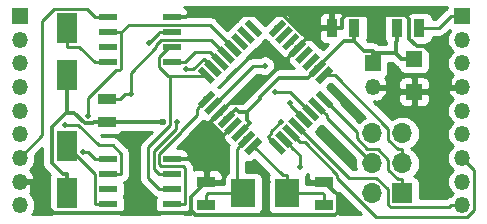
<source format=gtl>
G04 #@! TF.GenerationSoftware,KiCad,Pcbnew,(5.1.2-1)-1*
G04 #@! TF.CreationDate,2019-05-25T15:40:47+02:00*
G04 #@! TF.ProjectId,PSX64 Interface,50535836-3420-4496-9e74-657266616365,1.0*
G04 #@! TF.SameCoordinates,Original*
G04 #@! TF.FileFunction,Copper,L1,Top*
G04 #@! TF.FilePolarity,Positive*
%FSLAX46Y46*%
G04 Gerber Fmt 4.6, Leading zero omitted, Abs format (unit mm)*
G04 Created by KiCad (PCBNEW (5.1.2-1)-1) date 2019-05-25 15:40:47*
%MOMM*%
%LPD*%
G04 APERTURE LIST*
%ADD10C,0.550000*%
%ADD11C,0.100000*%
%ADD12R,1.400000X1.360000*%
%ADD13R,1.500000X0.970000*%
%ADD14R,0.970000X1.500000*%
%ADD15R,1.800000X2.500000*%
%ADD16O,1.350000X1.350000*%
%ADD17R,1.350000X1.350000*%
%ADD18R,1.550000X0.600000*%
%ADD19R,2.000000X2.400000*%
%ADD20R,1.700000X1.700000*%
%ADD21O,1.700000X1.700000*%
%ADD22C,0.500000*%
%ADD23C,0.600000*%
%ADD24C,0.350000*%
%ADD25C,0.250000*%
%ADD26C,0.254000*%
G04 APERTURE END LIST*
D10*
X123314897Y-129974695D03*
D11*
G36*
X124075037Y-130345926D02*
G01*
X123686128Y-130734835D01*
X122554757Y-129603464D01*
X122943666Y-129214555D01*
X124075037Y-130345926D01*
X124075037Y-130345926D01*
G37*
D10*
X123880583Y-129409010D03*
D11*
G36*
X124640723Y-129780241D02*
G01*
X124251814Y-130169150D01*
X123120443Y-129037779D01*
X123509352Y-128648870D01*
X124640723Y-129780241D01*
X124640723Y-129780241D01*
G37*
D10*
X124446268Y-128843324D03*
D11*
G36*
X125206408Y-129214555D02*
G01*
X124817499Y-129603464D01*
X123686128Y-128472093D01*
X124075037Y-128083184D01*
X125206408Y-129214555D01*
X125206408Y-129214555D01*
G37*
D10*
X125011953Y-128277639D03*
D11*
G36*
X125772093Y-128648870D02*
G01*
X125383184Y-129037779D01*
X124251813Y-127906408D01*
X124640722Y-127517499D01*
X125772093Y-128648870D01*
X125772093Y-128648870D01*
G37*
D10*
X125577639Y-127711953D03*
D11*
G36*
X126337779Y-128083184D02*
G01*
X125948870Y-128472093D01*
X124817499Y-127340722D01*
X125206408Y-126951813D01*
X126337779Y-128083184D01*
X126337779Y-128083184D01*
G37*
D10*
X126143324Y-127146268D03*
D11*
G36*
X126903464Y-127517499D02*
G01*
X126514555Y-127906408D01*
X125383184Y-126775037D01*
X125772093Y-126386128D01*
X126903464Y-127517499D01*
X126903464Y-127517499D01*
G37*
D10*
X126709010Y-126580583D03*
D11*
G36*
X127469150Y-126951814D02*
G01*
X127080241Y-127340723D01*
X125948870Y-126209352D01*
X126337779Y-125820443D01*
X127469150Y-126951814D01*
X127469150Y-126951814D01*
G37*
D10*
X127274695Y-126014897D03*
D11*
G36*
X128034835Y-126386128D02*
G01*
X127645926Y-126775037D01*
X126514555Y-125643666D01*
X126903464Y-125254757D01*
X128034835Y-126386128D01*
X128034835Y-126386128D01*
G37*
D10*
X129325305Y-126014897D03*
D11*
G36*
X128954074Y-126775037D02*
G01*
X128565165Y-126386128D01*
X129696536Y-125254757D01*
X130085445Y-125643666D01*
X128954074Y-126775037D01*
X128954074Y-126775037D01*
G37*
D10*
X129890990Y-126580583D03*
D11*
G36*
X129519759Y-127340723D02*
G01*
X129130850Y-126951814D01*
X130262221Y-125820443D01*
X130651130Y-126209352D01*
X129519759Y-127340723D01*
X129519759Y-127340723D01*
G37*
D10*
X130456676Y-127146268D03*
D11*
G36*
X130085445Y-127906408D02*
G01*
X129696536Y-127517499D01*
X130827907Y-126386128D01*
X131216816Y-126775037D01*
X130085445Y-127906408D01*
X130085445Y-127906408D01*
G37*
D10*
X131022361Y-127711953D03*
D11*
G36*
X130651130Y-128472093D02*
G01*
X130262221Y-128083184D01*
X131393592Y-126951813D01*
X131782501Y-127340722D01*
X130651130Y-128472093D01*
X130651130Y-128472093D01*
G37*
D10*
X131588047Y-128277639D03*
D11*
G36*
X131216816Y-129037779D02*
G01*
X130827907Y-128648870D01*
X131959278Y-127517499D01*
X132348187Y-127906408D01*
X131216816Y-129037779D01*
X131216816Y-129037779D01*
G37*
D10*
X132153732Y-128843324D03*
D11*
G36*
X131782501Y-129603464D02*
G01*
X131393592Y-129214555D01*
X132524963Y-128083184D01*
X132913872Y-128472093D01*
X131782501Y-129603464D01*
X131782501Y-129603464D01*
G37*
D10*
X132719417Y-129409010D03*
D11*
G36*
X132348186Y-130169150D02*
G01*
X131959277Y-129780241D01*
X133090648Y-128648870D01*
X133479557Y-129037779D01*
X132348186Y-130169150D01*
X132348186Y-130169150D01*
G37*
D10*
X133285103Y-129974695D03*
D11*
G36*
X132913872Y-130734835D02*
G01*
X132524963Y-130345926D01*
X133656334Y-129214555D01*
X134045243Y-129603464D01*
X132913872Y-130734835D01*
X132913872Y-130734835D01*
G37*
D10*
X133285103Y-132025305D03*
D11*
G36*
X134045243Y-132396536D02*
G01*
X133656334Y-132785445D01*
X132524963Y-131654074D01*
X132913872Y-131265165D01*
X134045243Y-132396536D01*
X134045243Y-132396536D01*
G37*
D10*
X132719417Y-132590990D03*
D11*
G36*
X133479557Y-132962221D02*
G01*
X133090648Y-133351130D01*
X131959277Y-132219759D01*
X132348186Y-131830850D01*
X133479557Y-132962221D01*
X133479557Y-132962221D01*
G37*
D10*
X132153732Y-133156676D03*
D11*
G36*
X132913872Y-133527907D02*
G01*
X132524963Y-133916816D01*
X131393592Y-132785445D01*
X131782501Y-132396536D01*
X132913872Y-133527907D01*
X132913872Y-133527907D01*
G37*
D10*
X131588047Y-133722361D03*
D11*
G36*
X132348187Y-134093592D02*
G01*
X131959278Y-134482501D01*
X130827907Y-133351130D01*
X131216816Y-132962221D01*
X132348187Y-134093592D01*
X132348187Y-134093592D01*
G37*
D10*
X131022361Y-134288047D03*
D11*
G36*
X131782501Y-134659278D02*
G01*
X131393592Y-135048187D01*
X130262221Y-133916816D01*
X130651130Y-133527907D01*
X131782501Y-134659278D01*
X131782501Y-134659278D01*
G37*
D10*
X130456676Y-134853732D03*
D11*
G36*
X131216816Y-135224963D02*
G01*
X130827907Y-135613872D01*
X129696536Y-134482501D01*
X130085445Y-134093592D01*
X131216816Y-135224963D01*
X131216816Y-135224963D01*
G37*
D10*
X129890990Y-135419417D03*
D11*
G36*
X130651130Y-135790648D02*
G01*
X130262221Y-136179557D01*
X129130850Y-135048186D01*
X129519759Y-134659277D01*
X130651130Y-135790648D01*
X130651130Y-135790648D01*
G37*
D10*
X129325305Y-135985103D03*
D11*
G36*
X130085445Y-136356334D02*
G01*
X129696536Y-136745243D01*
X128565165Y-135613872D01*
X128954074Y-135224963D01*
X130085445Y-136356334D01*
X130085445Y-136356334D01*
G37*
D10*
X127274695Y-135985103D03*
D11*
G36*
X126903464Y-136745243D02*
G01*
X126514555Y-136356334D01*
X127645926Y-135224963D01*
X128034835Y-135613872D01*
X126903464Y-136745243D01*
X126903464Y-136745243D01*
G37*
D10*
X126709010Y-135419417D03*
D11*
G36*
X126337779Y-136179557D02*
G01*
X125948870Y-135790648D01*
X127080241Y-134659277D01*
X127469150Y-135048186D01*
X126337779Y-136179557D01*
X126337779Y-136179557D01*
G37*
D10*
X126143324Y-134853732D03*
D11*
G36*
X125772093Y-135613872D02*
G01*
X125383184Y-135224963D01*
X126514555Y-134093592D01*
X126903464Y-134482501D01*
X125772093Y-135613872D01*
X125772093Y-135613872D01*
G37*
D10*
X125577639Y-134288047D03*
D11*
G36*
X125206408Y-135048187D02*
G01*
X124817499Y-134659278D01*
X125948870Y-133527907D01*
X126337779Y-133916816D01*
X125206408Y-135048187D01*
X125206408Y-135048187D01*
G37*
D10*
X125011953Y-133722361D03*
D11*
G36*
X124640722Y-134482501D02*
G01*
X124251813Y-134093592D01*
X125383184Y-132962221D01*
X125772093Y-133351130D01*
X124640722Y-134482501D01*
X124640722Y-134482501D01*
G37*
D10*
X124446268Y-133156676D03*
D11*
G36*
X124075037Y-133916816D02*
G01*
X123686128Y-133527907D01*
X124817499Y-132396536D01*
X125206408Y-132785445D01*
X124075037Y-133916816D01*
X124075037Y-133916816D01*
G37*
D10*
X123880583Y-132590990D03*
D11*
G36*
X123509352Y-133351130D02*
G01*
X123120443Y-132962221D01*
X124251814Y-131830850D01*
X124640723Y-132219759D01*
X123509352Y-133351130D01*
X123509352Y-133351130D01*
G37*
D10*
X123314897Y-132025305D03*
D11*
G36*
X122943666Y-132785445D02*
G01*
X122554757Y-132396536D01*
X123686128Y-131265165D01*
X124075037Y-131654074D01*
X122943666Y-132785445D01*
X122943666Y-132785445D01*
G37*
D12*
X140900000Y-128620000D03*
X140900000Y-131380000D03*
D13*
X123300000Y-139045000D03*
X123300000Y-140955000D03*
X133300000Y-140955000D03*
X133300000Y-139045000D03*
D14*
X135855000Y-126000000D03*
X133945000Y-126000000D03*
D15*
X111500000Y-136000000D03*
X111500000Y-140000000D03*
X111500000Y-130000000D03*
X111500000Y-126000000D03*
D16*
X107500000Y-141000000D03*
X107500000Y-139000000D03*
X107500000Y-137000000D03*
X107500000Y-135000000D03*
X107500000Y-133000000D03*
X107500000Y-131000000D03*
X107500000Y-129000000D03*
X107500000Y-127000000D03*
D17*
X107500000Y-125000000D03*
X137400000Y-129000000D03*
D16*
X137400000Y-131000000D03*
D17*
X145000000Y-125000000D03*
D16*
X145000000Y-127000000D03*
X145000000Y-129000000D03*
X145000000Y-131000000D03*
X145000000Y-133000000D03*
X145000000Y-135000000D03*
X145000000Y-137000000D03*
X145000000Y-139000000D03*
X145000000Y-141000000D03*
D14*
X139445000Y-126000000D03*
X141355000Y-126000000D03*
D13*
X114900000Y-132045000D03*
X114900000Y-133955000D03*
D18*
X120400000Y-140905000D03*
X120400000Y-139635000D03*
X120400000Y-138365000D03*
X120400000Y-137095000D03*
X115000000Y-137095000D03*
X115000000Y-138365000D03*
X115000000Y-139635000D03*
X115000000Y-140905000D03*
X115000000Y-128905000D03*
X115000000Y-127635000D03*
X115000000Y-126365000D03*
X115000000Y-125095000D03*
X120400000Y-125095000D03*
X120400000Y-126365000D03*
X120400000Y-127635000D03*
X120400000Y-128905000D03*
D19*
X126450000Y-140000000D03*
X130150000Y-140000000D03*
D20*
X139900000Y-140000000D03*
D21*
X137360000Y-140000000D03*
X139900000Y-137460000D03*
X137360000Y-137460000D03*
X139900000Y-134920000D03*
X137360000Y-134920000D03*
D22*
X125000000Y-124868200D03*
X131500000Y-124500000D03*
X128000000Y-128000000D03*
X129734400Y-129000000D03*
X135500000Y-133000000D03*
X142500000Y-136000000D03*
X143500000Y-140000000D03*
X133000000Y-134500000D03*
X125000000Y-138000000D03*
X117500000Y-140500000D03*
X128500000Y-139000000D03*
D23*
X119640400Y-133955000D03*
D22*
X113279700Y-133427900D03*
X112895600Y-136509500D03*
X111338800Y-134172700D03*
X129140300Y-131429000D03*
X130410000Y-132345900D03*
X118458700Y-127252000D03*
X120870100Y-133945200D03*
X121553600Y-129492800D03*
X131259200Y-137777000D03*
X129595700Y-133945200D03*
X128248300Y-129206400D03*
X116906900Y-131567000D03*
D24*
X125277400Y-132325600D02*
X126408800Y-132325600D01*
X126408800Y-132325600D02*
X129734400Y-129000000D01*
X124596300Y-135119100D02*
X124596300Y-135269300D01*
X124596300Y-135269300D02*
X122770600Y-137095000D01*
X123615200Y-133987800D02*
X124596300Y-134968900D01*
X124596300Y-134968900D02*
X124596300Y-135119100D01*
X124596300Y-135119100D02*
X124746500Y-135119100D01*
X125577600Y-134288000D02*
X124746500Y-135119100D01*
X122770600Y-137095000D02*
X121550300Y-137095000D01*
X122770600Y-137095000D02*
X122770600Y-137655300D01*
X122770600Y-137655300D02*
X123300000Y-138184700D01*
X124446300Y-133156700D02*
X123615200Y-133987800D01*
X124861900Y-132741100D02*
X124446300Y-133156700D01*
X124861900Y-132741100D02*
X125277400Y-132325600D01*
X122000800Y-141438100D02*
X122000800Y-140344200D01*
X122000800Y-140344200D02*
X123300000Y-139045000D01*
X140900000Y-131380000D02*
X139824700Y-131380000D01*
X137400000Y-131000000D02*
X139444700Y-131000000D01*
X139444700Y-131000000D02*
X139824700Y-131380000D01*
X133300000Y-139045000D02*
X134425400Y-140170400D01*
X134425400Y-140170400D02*
X134425400Y-141609800D01*
X134425400Y-141609800D02*
X134219800Y-141815400D01*
X134219800Y-141815400D02*
X122378100Y-141815400D01*
X122378100Y-141815400D02*
X122000800Y-141438100D01*
X122000800Y-141438100D02*
X121813500Y-141625400D01*
X121813500Y-141625400D02*
X110388000Y-141625400D01*
X110388000Y-141625400D02*
X108550300Y-139787700D01*
X108550300Y-139787700D02*
X108550300Y-139000000D01*
X107500000Y-139000000D02*
X108550300Y-139000000D01*
X123300000Y-139045000D02*
X123300000Y-138975200D01*
X123300000Y-138872400D02*
X123300000Y-138975200D01*
X123300000Y-138872400D02*
X123300000Y-138184700D01*
X120400000Y-137095000D02*
X121550300Y-137095000D01*
X133945000Y-126000000D02*
X134805300Y-126000000D01*
X143949700Y-131000000D02*
X143949700Y-129756700D01*
X143949700Y-129756700D02*
X141757600Y-127564600D01*
X141757600Y-127564600D02*
X141126000Y-127564600D01*
X141126000Y-127564600D02*
X140494600Y-126933200D01*
X140494600Y-126933200D02*
X140494600Y-125260600D01*
X140494600Y-125260600D02*
X140108600Y-124874600D01*
X140108600Y-124874600D02*
X135177900Y-124874600D01*
X135177900Y-124874600D02*
X134805300Y-125247200D01*
X134805300Y-125247200D02*
X134805300Y-126000000D01*
X144087300Y-131000000D02*
X143949700Y-131000000D01*
X145000000Y-131000000D02*
X144087300Y-131000000D01*
X131853500Y-126880900D02*
X132203800Y-126880900D01*
X132203800Y-126880900D02*
X133084700Y-126000000D01*
X133945000Y-126000000D02*
X133084700Y-126000000D01*
X140900000Y-131380000D02*
X143569700Y-131380000D01*
X143569700Y-131380000D02*
X143949700Y-131000000D01*
X131853500Y-126880900D02*
X129840800Y-124868200D01*
X129840800Y-124868200D02*
X125000000Y-124868200D01*
X121777100Y-124868200D02*
X121550300Y-125095000D01*
X131022400Y-127712000D02*
X131853500Y-126880900D01*
X131022400Y-127712000D02*
X130191300Y-128543100D01*
X120400000Y-125095000D02*
X121550300Y-125095000D01*
X125000000Y-124868200D02*
X121777100Y-124868200D01*
X129734400Y-129000000D02*
X130191300Y-128543100D01*
X139361900Y-128157200D02*
X139824700Y-128620000D01*
X137400000Y-128474800D02*
X137717600Y-128157200D01*
X137717600Y-128157200D02*
X139361900Y-128157200D01*
X139361900Y-128157200D02*
X139361900Y-127208400D01*
X139361900Y-127208400D02*
X139445000Y-127125300D01*
X140900000Y-128620000D02*
X139824700Y-128620000D01*
X139445000Y-126000000D02*
X139445000Y-127125300D01*
X137400000Y-128474800D02*
X137400000Y-127949700D01*
X137400000Y-129000000D02*
X137400000Y-128474800D01*
X111500000Y-133164500D02*
X112132000Y-133164500D01*
X112132000Y-133164500D02*
X113020700Y-134053200D01*
X113020700Y-134053200D02*
X113676500Y-134053200D01*
X113676500Y-134053200D02*
X113774700Y-133955000D01*
X137400000Y-127949700D02*
X136679400Y-127949700D01*
X136679400Y-127949700D02*
X135855000Y-127125300D01*
X132719400Y-129409000D02*
X135003100Y-127125300D01*
X135003100Y-127125300D02*
X135855000Y-127125300D01*
X132303900Y-129824500D02*
X132719400Y-129409000D01*
X132303900Y-129824500D02*
X131888400Y-130240000D01*
X135855000Y-126000000D02*
X135855000Y-127125300D01*
X111500000Y-133164500D02*
X111462700Y-133164500D01*
X111462700Y-133164500D02*
X110213400Y-134413800D01*
X110213400Y-134413800D02*
X110213400Y-137431400D01*
X110213400Y-137431400D02*
X111156700Y-138374700D01*
X111156700Y-138374700D02*
X111500000Y-138374700D01*
X111500000Y-133164500D02*
X111500000Y-131625300D01*
X114900000Y-133955000D02*
X113774700Y-133955000D01*
X111500000Y-140000000D02*
X111500000Y-138374700D01*
X116025300Y-133955000D02*
X119640400Y-133955000D01*
X114900000Y-133955000D02*
X116025300Y-133955000D01*
X126143300Y-134853700D02*
X126974400Y-134022600D01*
X125012000Y-133722400D02*
X125843100Y-132891300D01*
X126718500Y-133104200D02*
X126056000Y-133104200D01*
X126056000Y-133104200D02*
X125843100Y-132891300D01*
X131888400Y-130240000D02*
X131888300Y-130240000D01*
X131888300Y-130240000D02*
X129439200Y-130240000D01*
X129439200Y-130240000D02*
X127816700Y-131862500D01*
X127816700Y-131862500D02*
X127816700Y-132006000D01*
X127816700Y-132006000D02*
X126718500Y-133104200D01*
X126718500Y-133104200D02*
X126718500Y-133766700D01*
X126718500Y-133766700D02*
X126974400Y-134022600D01*
X111500000Y-130000000D02*
X111500000Y-131625300D01*
D25*
X115000000Y-140905000D02*
X113899700Y-140905000D01*
X113899700Y-140905000D02*
X113899700Y-138399700D01*
X113899700Y-138399700D02*
X111500000Y-136000000D01*
X111500000Y-126000000D02*
X111500000Y-127575300D01*
X115000000Y-128905000D02*
X113899700Y-128905000D01*
X113899700Y-128905000D02*
X112570000Y-127575300D01*
X112570000Y-127575300D02*
X111500000Y-127575300D01*
X130150000Y-140000000D02*
X130150000Y-138474700D01*
X130150000Y-138474700D02*
X129764300Y-138474700D01*
X129764300Y-138474700D02*
X127274700Y-135985100D01*
X130150000Y-140000000D02*
X133155300Y-140000000D01*
X133155300Y-140000000D02*
X133300000Y-140144700D01*
X133300000Y-140955000D02*
X133300000Y-140144700D01*
X116100300Y-126365000D02*
X116100300Y-129400000D01*
X116100300Y-129400000D02*
X115969900Y-129530400D01*
X115969900Y-129530400D02*
X115644300Y-129530400D01*
X115644300Y-129530400D02*
X113279700Y-131895000D01*
X113279700Y-131895000D02*
X113279700Y-133427900D01*
X125577600Y-127712000D02*
X123605300Y-125739700D01*
X123605300Y-125739700D02*
X116725600Y-125739700D01*
X116725600Y-125739700D02*
X116100300Y-126365000D01*
X115000000Y-126365000D02*
X116100300Y-126365000D01*
X115000000Y-125095000D02*
X113899700Y-125095000D01*
X113899700Y-125095000D02*
X113229300Y-124424600D01*
X113229300Y-124424600D02*
X110401300Y-124424600D01*
X110401300Y-124424600D02*
X109420200Y-125405700D01*
X109420200Y-125405700D02*
X109420200Y-135079800D01*
X109420200Y-135079800D02*
X107500000Y-137000000D01*
X113899700Y-137095000D02*
X113314200Y-136509500D01*
X113314200Y-136509500D02*
X112895600Y-136509500D01*
X115000000Y-137095000D02*
X113899700Y-137095000D01*
X139900000Y-137460000D02*
X139900000Y-136284700D01*
X139900000Y-136284700D02*
X139532600Y-136284700D01*
X139532600Y-136284700D02*
X138724700Y-135476800D01*
X138724700Y-135476800D02*
X138724700Y-134521200D01*
X138724700Y-134521200D02*
X134178200Y-129974700D01*
X134178200Y-129974700D02*
X133285100Y-129974700D01*
X111338800Y-134172700D02*
X112432600Y-134172700D01*
X112432600Y-134172700D02*
X114194000Y-135934100D01*
X114194000Y-135934100D02*
X115376200Y-135934100D01*
X115376200Y-135934100D02*
X116100300Y-136658200D01*
X116100300Y-136658200D02*
X116100300Y-138365000D01*
X115000000Y-138365000D02*
X116100300Y-138365000D01*
X139900000Y-140000000D02*
X139900000Y-138824700D01*
X133285100Y-132025300D02*
X136034400Y-134774600D01*
X136034400Y-134774600D02*
X136034400Y-135305500D01*
X136034400Y-135305500D02*
X136952300Y-136223400D01*
X136952300Y-136223400D02*
X137807600Y-136223400D01*
X137807600Y-136223400D02*
X138724700Y-137140500D01*
X138724700Y-137140500D02*
X138724700Y-138016800D01*
X138724700Y-138016800D02*
X139532600Y-138824700D01*
X139532600Y-138824700D02*
X139900000Y-138824700D01*
X132719400Y-132591000D02*
X133515200Y-133386800D01*
X137360000Y-137460000D02*
X133515200Y-133615200D01*
X133515200Y-133615200D02*
X133515200Y-133386800D01*
X131358000Y-132361000D02*
X130426000Y-131429000D01*
X130426000Y-131429000D02*
X129140300Y-131429000D01*
X132153700Y-133156700D02*
X131358000Y-132361000D01*
X131588000Y-133722400D02*
X130410000Y-132544400D01*
X130410000Y-132544400D02*
X130410000Y-132345900D01*
X121500300Y-140905000D02*
X121500300Y-137845900D01*
X121500300Y-137845900D02*
X121374800Y-137720400D01*
X121374800Y-137720400D02*
X119490300Y-137720400D01*
X119490300Y-137720400D02*
X119299700Y-137529800D01*
X119299700Y-137529800D02*
X119299700Y-136641100D01*
X119299700Y-136641100D02*
X121166300Y-134774500D01*
X121166300Y-134774500D02*
X121166300Y-134694500D01*
X121166300Y-134694500D02*
X122519300Y-133341500D01*
X122519300Y-133341500D02*
X122519300Y-132821000D01*
X122519300Y-132821000D02*
X122519300Y-132820900D01*
X120400000Y-140905000D02*
X121500300Y-140905000D01*
X123314900Y-132025300D02*
X122519300Y-132820900D01*
X120265700Y-130095300D02*
X123194300Y-130095300D01*
X123194300Y-130095300D02*
X123314900Y-129974700D01*
X120400000Y-127635000D02*
X120128500Y-127635000D01*
X120128500Y-127635000D02*
X119299600Y-128463900D01*
X119299600Y-128463900D02*
X119299600Y-129341900D01*
X119299600Y-129341900D02*
X120053000Y-130095300D01*
X120053000Y-130095300D02*
X120265700Y-130095300D01*
X119299700Y-139635000D02*
X118399100Y-138734400D01*
X118399100Y-138734400D02*
X118399100Y-136119400D01*
X118399100Y-136119400D02*
X120265700Y-134252800D01*
X120265700Y-134252800D02*
X120265700Y-130095300D01*
X120400000Y-139635000D02*
X119299700Y-139635000D01*
X119299700Y-138365000D02*
X118849400Y-137914700D01*
X118849400Y-137914700D02*
X118849400Y-136388100D01*
X118849400Y-136388100D02*
X120716000Y-134521500D01*
X120716000Y-134521500D02*
X120716000Y-134099300D01*
X120716000Y-134099300D02*
X120870100Y-133945200D01*
X120400000Y-126365000D02*
X119299700Y-126365000D01*
X118458700Y-127252000D02*
X119299700Y-126411000D01*
X119299700Y-126411000D02*
X119299700Y-126365000D01*
X120400000Y-138365000D02*
X119299700Y-138365000D01*
X121553600Y-129492800D02*
X122205200Y-129492800D01*
X122205200Y-129492800D02*
X123084800Y-128613200D01*
X123880600Y-129409000D02*
X123084800Y-128613200D01*
X125913200Y-140000000D02*
X123444700Y-140000000D01*
X123444700Y-140000000D02*
X123300000Y-140144700D01*
X126450000Y-140000000D02*
X125913200Y-140000000D01*
X125913200Y-140000000D02*
X125913200Y-136215200D01*
X126709000Y-135419400D02*
X125913200Y-136215200D01*
X123300000Y-140955000D02*
X123300000Y-140144700D01*
X145000000Y-141000000D02*
X143999700Y-141000000D01*
X131022400Y-134288000D02*
X135394600Y-138660200D01*
X135394600Y-138660200D02*
X137715600Y-138660200D01*
X137715600Y-138660200D02*
X138724600Y-139669200D01*
X138724600Y-139669200D02*
X138724600Y-140987100D01*
X138724600Y-140987100D02*
X138912900Y-141175400D01*
X138912900Y-141175400D02*
X143824300Y-141175400D01*
X143824300Y-141175400D02*
X143999700Y-141000000D01*
X145000000Y-137000000D02*
X146000700Y-138000700D01*
X146000700Y-138000700D02*
X146000700Y-141416000D01*
X146000700Y-141416000D02*
X145397400Y-142019300D01*
X145397400Y-142019300D02*
X137704000Y-142019300D01*
X137704000Y-142019300D02*
X134375400Y-138690700D01*
X134375400Y-138690700D02*
X134375400Y-138409800D01*
X134375400Y-138409800D02*
X131623500Y-135657900D01*
X131623500Y-135657900D02*
X131260800Y-135657900D01*
X131260800Y-135657900D02*
X131260800Y-135657800D01*
X131260800Y-135657800D02*
X130456700Y-134853700D01*
X130686800Y-136215200D02*
X131259200Y-136787600D01*
X131259200Y-136787600D02*
X131259200Y-137777000D01*
X129891000Y-135419400D02*
X130686800Y-136215200D01*
X129325300Y-135985100D02*
X128529700Y-135189400D01*
X128529700Y-135189400D02*
X128805500Y-134913600D01*
X128805500Y-134913600D02*
X128805500Y-134735400D01*
X128805500Y-134735400D02*
X129595700Y-133945200D01*
X123880600Y-132591000D02*
X127265200Y-129206400D01*
X127265200Y-129206400D02*
X128248300Y-129206400D01*
X145000000Y-125000000D02*
X143999700Y-125000000D01*
X143999700Y-125000000D02*
X142999700Y-126000000D01*
X142999700Y-126000000D02*
X141355000Y-126000000D01*
X125012000Y-128277600D02*
X123744000Y-127009600D01*
X123744000Y-127009600D02*
X119490200Y-127009600D01*
X119490200Y-127009600D02*
X119074500Y-127425300D01*
X119074500Y-127425300D02*
X119074500Y-127602100D01*
X119074500Y-127602100D02*
X116906900Y-129769700D01*
X116906900Y-129769700D02*
X116906900Y-131567000D01*
X114900000Y-132045000D02*
X115975300Y-132045000D01*
X116906900Y-131567000D02*
X116453300Y-131567000D01*
X116453300Y-131567000D02*
X115975300Y-132045000D01*
X120400000Y-128905000D02*
X121500300Y-128905000D01*
X124446300Y-128843300D02*
X123650600Y-128047600D01*
X123650600Y-128047600D02*
X122357700Y-128047600D01*
X122357700Y-128047600D02*
X121500300Y-128905000D01*
D26*
G36*
X109403401Y-137391602D02*
G01*
X109399481Y-137431400D01*
X109411523Y-137553653D01*
X109415121Y-137590188D01*
X109451776Y-137711023D01*
X109461438Y-137742873D01*
X109536651Y-137883589D01*
X109583372Y-137940518D01*
X109637873Y-138006928D01*
X109668783Y-138032295D01*
X110056411Y-138419924D01*
X110010498Y-138505820D01*
X109974188Y-138625518D01*
X109961928Y-138750000D01*
X109961928Y-141250000D01*
X109974188Y-141374482D01*
X110010498Y-141494180D01*
X110069463Y-141604494D01*
X110148815Y-141701185D01*
X110245506Y-141780537D01*
X110263210Y-141790000D01*
X108546336Y-141790000D01*
X108594495Y-141731318D01*
X108716138Y-141503741D01*
X108791045Y-141256805D01*
X108816338Y-141000000D01*
X108791045Y-140743195D01*
X108716138Y-140496259D01*
X108594495Y-140268682D01*
X108430792Y-140069208D01*
X108342352Y-139996628D01*
X108478303Y-139871227D01*
X108629473Y-139663629D01*
X108737238Y-139430528D01*
X108767910Y-139329400D01*
X108644224Y-139127000D01*
X107627000Y-139127000D01*
X107627000Y-139147000D01*
X107373000Y-139147000D01*
X107373000Y-139127000D01*
X107353000Y-139127000D01*
X107353000Y-138873000D01*
X107373000Y-138873000D01*
X107373000Y-138853000D01*
X107627000Y-138853000D01*
X107627000Y-138873000D01*
X108644224Y-138873000D01*
X108767910Y-138670600D01*
X108737238Y-138569472D01*
X108629473Y-138336371D01*
X108478303Y-138128773D01*
X108342352Y-138003372D01*
X108430792Y-137930792D01*
X108594495Y-137731318D01*
X108716138Y-137503741D01*
X108791045Y-137256805D01*
X108816338Y-137000000D01*
X108794682Y-136780120D01*
X109403401Y-136171401D01*
X109403401Y-137391602D01*
X109403401Y-137391602D01*
G37*
X109403401Y-137391602D02*
X109399481Y-137431400D01*
X109411523Y-137553653D01*
X109415121Y-137590188D01*
X109451776Y-137711023D01*
X109461438Y-137742873D01*
X109536651Y-137883589D01*
X109583372Y-137940518D01*
X109637873Y-138006928D01*
X109668783Y-138032295D01*
X110056411Y-138419924D01*
X110010498Y-138505820D01*
X109974188Y-138625518D01*
X109961928Y-138750000D01*
X109961928Y-141250000D01*
X109974188Y-141374482D01*
X110010498Y-141494180D01*
X110069463Y-141604494D01*
X110148815Y-141701185D01*
X110245506Y-141780537D01*
X110263210Y-141790000D01*
X108546336Y-141790000D01*
X108594495Y-141731318D01*
X108716138Y-141503741D01*
X108791045Y-141256805D01*
X108816338Y-141000000D01*
X108791045Y-140743195D01*
X108716138Y-140496259D01*
X108594495Y-140268682D01*
X108430792Y-140069208D01*
X108342352Y-139996628D01*
X108478303Y-139871227D01*
X108629473Y-139663629D01*
X108737238Y-139430528D01*
X108767910Y-139329400D01*
X108644224Y-139127000D01*
X107627000Y-139127000D01*
X107627000Y-139147000D01*
X107373000Y-139147000D01*
X107373000Y-139127000D01*
X107353000Y-139127000D01*
X107353000Y-138873000D01*
X107373000Y-138873000D01*
X107373000Y-138853000D01*
X107627000Y-138853000D01*
X107627000Y-138873000D01*
X108644224Y-138873000D01*
X108767910Y-138670600D01*
X108737238Y-138569472D01*
X108629473Y-138336371D01*
X108478303Y-138128773D01*
X108342352Y-138003372D01*
X108430792Y-137930792D01*
X108594495Y-137731318D01*
X108716138Y-137503741D01*
X108791045Y-137256805D01*
X108816338Y-137000000D01*
X108794682Y-136780120D01*
X109403401Y-136171401D01*
X109403401Y-137391602D01*
G36*
X136399898Y-141790000D02*
G01*
X134582939Y-141790000D01*
X134639502Y-141684180D01*
X134675812Y-141564482D01*
X134688072Y-141440000D01*
X134688072Y-140470000D01*
X134675812Y-140345518D01*
X134639502Y-140225820D01*
X134580537Y-140115506D01*
X134501185Y-140018815D01*
X134478259Y-140000000D01*
X134501185Y-139981185D01*
X134541707Y-139931808D01*
X136399898Y-141790000D01*
X136399898Y-141790000D01*
G37*
X136399898Y-141790000D02*
X134582939Y-141790000D01*
X134639502Y-141684180D01*
X134675812Y-141564482D01*
X134688072Y-141440000D01*
X134688072Y-140470000D01*
X134675812Y-140345518D01*
X134639502Y-140225820D01*
X134580537Y-140115506D01*
X134501185Y-140018815D01*
X134478259Y-140000000D01*
X134501185Y-139981185D01*
X134541707Y-139931808D01*
X136399898Y-141790000D01*
G36*
X128637872Y-138423074D02*
G01*
X128619463Y-138445506D01*
X128560498Y-138555820D01*
X128524188Y-138675518D01*
X128511928Y-138800000D01*
X128511928Y-141200000D01*
X128524188Y-141324482D01*
X128560498Y-141444180D01*
X128619463Y-141554494D01*
X128698815Y-141651185D01*
X128795506Y-141730537D01*
X128905820Y-141789502D01*
X128907462Y-141790000D01*
X127692538Y-141790000D01*
X127694180Y-141789502D01*
X127804494Y-141730537D01*
X127901185Y-141651185D01*
X127980537Y-141554494D01*
X128039502Y-141444180D01*
X128075812Y-141324482D01*
X128088072Y-141200000D01*
X128088072Y-138800000D01*
X128075812Y-138675518D01*
X128039502Y-138555820D01*
X127980537Y-138445506D01*
X127901185Y-138348815D01*
X127804494Y-138269463D01*
X127694180Y-138210498D01*
X127574482Y-138174188D01*
X127450000Y-138161928D01*
X126673200Y-138161928D01*
X126673200Y-137338966D01*
X126778982Y-137371055D01*
X126903464Y-137383315D01*
X127027946Y-137371055D01*
X127147644Y-137334745D01*
X127257958Y-137275780D01*
X127354649Y-137196428D01*
X127382938Y-137168139D01*
X128637872Y-138423074D01*
X128637872Y-138423074D01*
G37*
X128637872Y-138423074D02*
X128619463Y-138445506D01*
X128560498Y-138555820D01*
X128524188Y-138675518D01*
X128511928Y-138800000D01*
X128511928Y-141200000D01*
X128524188Y-141324482D01*
X128560498Y-141444180D01*
X128619463Y-141554494D01*
X128698815Y-141651185D01*
X128795506Y-141730537D01*
X128905820Y-141789502D01*
X128907462Y-141790000D01*
X127692538Y-141790000D01*
X127694180Y-141789502D01*
X127804494Y-141730537D01*
X127901185Y-141651185D01*
X127980537Y-141554494D01*
X128039502Y-141444180D01*
X128075812Y-141324482D01*
X128088072Y-141200000D01*
X128088072Y-138800000D01*
X128075812Y-138675518D01*
X128039502Y-138555820D01*
X127980537Y-138445506D01*
X127901185Y-138348815D01*
X127804494Y-138269463D01*
X127694180Y-138210498D01*
X127574482Y-138174188D01*
X127450000Y-138161928D01*
X126673200Y-138161928D01*
X126673200Y-137338966D01*
X126778982Y-137371055D01*
X126903464Y-137383315D01*
X127027946Y-137371055D01*
X127147644Y-137334745D01*
X127257958Y-137275780D01*
X127354649Y-137196428D01*
X127382938Y-137168139D01*
X128637872Y-138423074D01*
G36*
X117888098Y-135555601D02*
G01*
X117859100Y-135579399D01*
X117835302Y-135608397D01*
X117835301Y-135608398D01*
X117764126Y-135695124D01*
X117693554Y-135827154D01*
X117668668Y-135909197D01*
X117650098Y-135970414D01*
X117641816Y-136054503D01*
X117635424Y-136119400D01*
X117639101Y-136156732D01*
X117639100Y-138697077D01*
X117635424Y-138734400D01*
X117639100Y-138771722D01*
X117639100Y-138771732D01*
X117650097Y-138883385D01*
X117685463Y-138999973D01*
X117693554Y-139026646D01*
X117764126Y-139158676D01*
X117798205Y-139200201D01*
X117859099Y-139274401D01*
X117888102Y-139298203D01*
X118735901Y-140146003D01*
X118759699Y-140175001D01*
X118875424Y-140269974D01*
X119007453Y-140340546D01*
X119040910Y-140350695D01*
X119035498Y-140360820D01*
X118999188Y-140480518D01*
X118986928Y-140605000D01*
X118986928Y-141205000D01*
X118999188Y-141329482D01*
X119035498Y-141449180D01*
X119094463Y-141559494D01*
X119173815Y-141656185D01*
X119270506Y-141735537D01*
X119372397Y-141790000D01*
X116027603Y-141790000D01*
X116129494Y-141735537D01*
X116226185Y-141656185D01*
X116305537Y-141559494D01*
X116364502Y-141449180D01*
X116400812Y-141329482D01*
X116413072Y-141205000D01*
X116413072Y-140605000D01*
X116400812Y-140480518D01*
X116364502Y-140360820D01*
X116315957Y-140270000D01*
X116364502Y-140179180D01*
X116400812Y-140059482D01*
X116413072Y-139935000D01*
X116413072Y-139335000D01*
X116400812Y-139210518D01*
X116364502Y-139090820D01*
X116359090Y-139080695D01*
X116392547Y-139070546D01*
X116524576Y-138999974D01*
X116640301Y-138905001D01*
X116735274Y-138789276D01*
X116805846Y-138657247D01*
X116849303Y-138513986D01*
X116859565Y-138409799D01*
X116860300Y-138402333D01*
X116863977Y-138365000D01*
X116860300Y-138327667D01*
X116860300Y-136695522D01*
X116863976Y-136658199D01*
X116860300Y-136620876D01*
X116860300Y-136620867D01*
X116849303Y-136509214D01*
X116805846Y-136365953D01*
X116801796Y-136358376D01*
X116735274Y-136233923D01*
X116664099Y-136147197D01*
X116640301Y-136118199D01*
X116611304Y-136094402D01*
X115940003Y-135423102D01*
X115916201Y-135394099D01*
X115800476Y-135299126D01*
X115668447Y-135228554D01*
X115525186Y-135185097D01*
X115413533Y-135174100D01*
X115413522Y-135174100D01*
X115376200Y-135170424D01*
X115338878Y-135174100D01*
X114508802Y-135174100D01*
X114412774Y-135078072D01*
X115650000Y-135078072D01*
X115774482Y-135065812D01*
X115894180Y-135029502D01*
X116004494Y-134970537D01*
X116101185Y-134891185D01*
X116180537Y-134794494D01*
X116196302Y-134765000D01*
X118678699Y-134765000D01*
X117888098Y-135555601D01*
X117888098Y-135555601D01*
G37*
X117888098Y-135555601D02*
X117859100Y-135579399D01*
X117835302Y-135608397D01*
X117835301Y-135608398D01*
X117764126Y-135695124D01*
X117693554Y-135827154D01*
X117668668Y-135909197D01*
X117650098Y-135970414D01*
X117641816Y-136054503D01*
X117635424Y-136119400D01*
X117639101Y-136156732D01*
X117639100Y-138697077D01*
X117635424Y-138734400D01*
X117639100Y-138771722D01*
X117639100Y-138771732D01*
X117650097Y-138883385D01*
X117685463Y-138999973D01*
X117693554Y-139026646D01*
X117764126Y-139158676D01*
X117798205Y-139200201D01*
X117859099Y-139274401D01*
X117888102Y-139298203D01*
X118735901Y-140146003D01*
X118759699Y-140175001D01*
X118875424Y-140269974D01*
X119007453Y-140340546D01*
X119040910Y-140350695D01*
X119035498Y-140360820D01*
X118999188Y-140480518D01*
X118986928Y-140605000D01*
X118986928Y-141205000D01*
X118999188Y-141329482D01*
X119035498Y-141449180D01*
X119094463Y-141559494D01*
X119173815Y-141656185D01*
X119270506Y-141735537D01*
X119372397Y-141790000D01*
X116027603Y-141790000D01*
X116129494Y-141735537D01*
X116226185Y-141656185D01*
X116305537Y-141559494D01*
X116364502Y-141449180D01*
X116400812Y-141329482D01*
X116413072Y-141205000D01*
X116413072Y-140605000D01*
X116400812Y-140480518D01*
X116364502Y-140360820D01*
X116315957Y-140270000D01*
X116364502Y-140179180D01*
X116400812Y-140059482D01*
X116413072Y-139935000D01*
X116413072Y-139335000D01*
X116400812Y-139210518D01*
X116364502Y-139090820D01*
X116359090Y-139080695D01*
X116392547Y-139070546D01*
X116524576Y-138999974D01*
X116640301Y-138905001D01*
X116735274Y-138789276D01*
X116805846Y-138657247D01*
X116849303Y-138513986D01*
X116859565Y-138409799D01*
X116860300Y-138402333D01*
X116863977Y-138365000D01*
X116860300Y-138327667D01*
X116860300Y-136695522D01*
X116863976Y-136658199D01*
X116860300Y-136620876D01*
X116860300Y-136620867D01*
X116849303Y-136509214D01*
X116805846Y-136365953D01*
X116801796Y-136358376D01*
X116735274Y-136233923D01*
X116664099Y-136147197D01*
X116640301Y-136118199D01*
X116611304Y-136094402D01*
X115940003Y-135423102D01*
X115916201Y-135394099D01*
X115800476Y-135299126D01*
X115668447Y-135228554D01*
X115525186Y-135185097D01*
X115413533Y-135174100D01*
X115413522Y-135174100D01*
X115376200Y-135170424D01*
X115338878Y-135174100D01*
X114508802Y-135174100D01*
X114412774Y-135078072D01*
X115650000Y-135078072D01*
X115774482Y-135065812D01*
X115894180Y-135029502D01*
X116004494Y-134970537D01*
X116101185Y-134891185D01*
X116180537Y-134794494D01*
X116196302Y-134765000D01*
X118678699Y-134765000D01*
X117888098Y-135555601D01*
G36*
X121924188Y-141564482D02*
G01*
X121960498Y-141684180D01*
X122017061Y-141790000D01*
X121427603Y-141790000D01*
X121529494Y-141735537D01*
X121626056Y-141656291D01*
X121649286Y-141654003D01*
X121792547Y-141610546D01*
X121921914Y-141541397D01*
X121924188Y-141564482D01*
X121924188Y-141564482D01*
G37*
X121924188Y-141564482D02*
X121960498Y-141684180D01*
X122017061Y-141790000D01*
X121427603Y-141790000D01*
X121529494Y-141735537D01*
X121626056Y-141656291D01*
X121649286Y-141654003D01*
X121792547Y-141610546D01*
X121921914Y-141541397D01*
X121924188Y-141564482D01*
G36*
X143962631Y-126199074D02*
G01*
X143905505Y-126268682D01*
X143783862Y-126496259D01*
X143708955Y-126743195D01*
X143683662Y-127000000D01*
X143708955Y-127256805D01*
X143783862Y-127503741D01*
X143905505Y-127731318D01*
X144069208Y-127930792D01*
X144153539Y-128000000D01*
X144069208Y-128069208D01*
X143905505Y-128268682D01*
X143783862Y-128496259D01*
X143708955Y-128743195D01*
X143683662Y-129000000D01*
X143708955Y-129256805D01*
X143783862Y-129503741D01*
X143905505Y-129731318D01*
X144069208Y-129930792D01*
X144157648Y-130003372D01*
X144021697Y-130128773D01*
X143870527Y-130336371D01*
X143762762Y-130569472D01*
X143732090Y-130670600D01*
X143855776Y-130873000D01*
X144873000Y-130873000D01*
X144873000Y-130853000D01*
X145127000Y-130853000D01*
X145127000Y-130873000D01*
X145147000Y-130873000D01*
X145147000Y-131127000D01*
X145127000Y-131127000D01*
X145127000Y-131147000D01*
X144873000Y-131147000D01*
X144873000Y-131127000D01*
X143855776Y-131127000D01*
X143732090Y-131329400D01*
X143762762Y-131430528D01*
X143870527Y-131663629D01*
X144021697Y-131871227D01*
X144157648Y-131996628D01*
X144069208Y-132069208D01*
X143905505Y-132268682D01*
X143783862Y-132496259D01*
X143708955Y-132743195D01*
X143683662Y-133000000D01*
X143708955Y-133256805D01*
X143783862Y-133503741D01*
X143905505Y-133731318D01*
X144069208Y-133930792D01*
X144153539Y-134000000D01*
X144069208Y-134069208D01*
X143905505Y-134268682D01*
X143783862Y-134496259D01*
X143708955Y-134743195D01*
X143683662Y-135000000D01*
X143708955Y-135256805D01*
X143783862Y-135503741D01*
X143905505Y-135731318D01*
X144069208Y-135930792D01*
X144153539Y-136000000D01*
X144069208Y-136069208D01*
X143905505Y-136268682D01*
X143783862Y-136496259D01*
X143708955Y-136743195D01*
X143683662Y-137000000D01*
X143708955Y-137256805D01*
X143783862Y-137503741D01*
X143905505Y-137731318D01*
X144069208Y-137930792D01*
X144153539Y-138000000D01*
X144069208Y-138069208D01*
X143905505Y-138268682D01*
X143783862Y-138496259D01*
X143708955Y-138743195D01*
X143683662Y-139000000D01*
X143708955Y-139256805D01*
X143783862Y-139503741D01*
X143905505Y-139731318D01*
X144069208Y-139930792D01*
X144153539Y-140000000D01*
X144069208Y-140069208D01*
X143926113Y-140243571D01*
X143850714Y-140250997D01*
X143707453Y-140294454D01*
X143575424Y-140365026D01*
X143514043Y-140415400D01*
X141388072Y-140415400D01*
X141388072Y-139150000D01*
X141375812Y-139025518D01*
X141339502Y-138905820D01*
X141280537Y-138795506D01*
X141201185Y-138698815D01*
X141104494Y-138619463D01*
X140994180Y-138560498D01*
X140925313Y-138539607D01*
X140955134Y-138515134D01*
X141140706Y-138289014D01*
X141278599Y-138031034D01*
X141363513Y-137751111D01*
X141392185Y-137460000D01*
X141363513Y-137168889D01*
X141278599Y-136888966D01*
X141140706Y-136630986D01*
X140955134Y-136404866D01*
X140729014Y-136219294D01*
X140674209Y-136190000D01*
X140729014Y-136160706D01*
X140955134Y-135975134D01*
X141140706Y-135749014D01*
X141278599Y-135491034D01*
X141363513Y-135211111D01*
X141392185Y-134920000D01*
X141363513Y-134628889D01*
X141278599Y-134348966D01*
X141140706Y-134090986D01*
X140955134Y-133864866D01*
X140729014Y-133679294D01*
X140471034Y-133541401D01*
X140191111Y-133456487D01*
X139972950Y-133435000D01*
X139827050Y-133435000D01*
X139608889Y-133456487D01*
X139328966Y-133541401D01*
X139070986Y-133679294D01*
X139008707Y-133730405D01*
X137527002Y-132248700D01*
X137527002Y-132145086D01*
X137729401Y-132267915D01*
X137970430Y-132179289D01*
X138165562Y-132060000D01*
X139561928Y-132060000D01*
X139574188Y-132184482D01*
X139610498Y-132304180D01*
X139669463Y-132414494D01*
X139748815Y-132511185D01*
X139845506Y-132590537D01*
X139955820Y-132649502D01*
X140075518Y-132685812D01*
X140200000Y-132698072D01*
X140614250Y-132695000D01*
X140773000Y-132536250D01*
X140773000Y-131507000D01*
X141027000Y-131507000D01*
X141027000Y-132536250D01*
X141185750Y-132695000D01*
X141600000Y-132698072D01*
X141724482Y-132685812D01*
X141844180Y-132649502D01*
X141954494Y-132590537D01*
X142051185Y-132511185D01*
X142130537Y-132414494D01*
X142189502Y-132304180D01*
X142225812Y-132184482D01*
X142238072Y-132060000D01*
X142235000Y-131665750D01*
X142076250Y-131507000D01*
X141027000Y-131507000D01*
X140773000Y-131507000D01*
X139723750Y-131507000D01*
X139565000Y-131665750D01*
X139561928Y-132060000D01*
X138165562Y-132060000D01*
X138189537Y-132045344D01*
X138378303Y-131871227D01*
X138529473Y-131663629D01*
X138637238Y-131430528D01*
X138667910Y-131329400D01*
X138544224Y-131127000D01*
X137527000Y-131127000D01*
X137527000Y-131147000D01*
X137273000Y-131147000D01*
X137273000Y-131127000D01*
X137253000Y-131127000D01*
X137253000Y-130873000D01*
X137273000Y-130873000D01*
X137273000Y-130853000D01*
X137527000Y-130853000D01*
X137527000Y-130873000D01*
X138544224Y-130873000D01*
X138649943Y-130700000D01*
X139561928Y-130700000D01*
X139565000Y-131094250D01*
X139723750Y-131253000D01*
X140773000Y-131253000D01*
X140773000Y-130223750D01*
X141027000Y-130223750D01*
X141027000Y-131253000D01*
X142076250Y-131253000D01*
X142235000Y-131094250D01*
X142238072Y-130700000D01*
X142225812Y-130575518D01*
X142189502Y-130455820D01*
X142130537Y-130345506D01*
X142051185Y-130248815D01*
X141954494Y-130169463D01*
X141844180Y-130110498D01*
X141724482Y-130074188D01*
X141600000Y-130061928D01*
X141185750Y-130065000D01*
X141027000Y-130223750D01*
X140773000Y-130223750D01*
X140614250Y-130065000D01*
X140200000Y-130061928D01*
X140075518Y-130074188D01*
X139955820Y-130110498D01*
X139845506Y-130169463D01*
X139748815Y-130248815D01*
X139669463Y-130345506D01*
X139610498Y-130455820D01*
X139574188Y-130575518D01*
X139561928Y-130700000D01*
X138649943Y-130700000D01*
X138667910Y-130670600D01*
X138637238Y-130569472D01*
X138529473Y-130336371D01*
X138432441Y-130203119D01*
X138526185Y-130126185D01*
X138605537Y-130029494D01*
X138664502Y-129919180D01*
X138700812Y-129799482D01*
X138713072Y-129675000D01*
X138713072Y-128967200D01*
X139026388Y-128967200D01*
X139223800Y-129164612D01*
X139249172Y-129195528D01*
X139327748Y-129260013D01*
X139372510Y-129296749D01*
X139422093Y-129323251D01*
X139513227Y-129371963D01*
X139570734Y-129389408D01*
X139574188Y-129424482D01*
X139610498Y-129544180D01*
X139669463Y-129654494D01*
X139748815Y-129751185D01*
X139845506Y-129830537D01*
X139955820Y-129889502D01*
X140075518Y-129925812D01*
X140200000Y-129938072D01*
X141600000Y-129938072D01*
X141724482Y-129925812D01*
X141844180Y-129889502D01*
X141954494Y-129830537D01*
X142051185Y-129751185D01*
X142130537Y-129654494D01*
X142189502Y-129544180D01*
X142225812Y-129424482D01*
X142238072Y-129300000D01*
X142238072Y-127940000D01*
X142225812Y-127815518D01*
X142189502Y-127695820D01*
X142130537Y-127585506D01*
X142051185Y-127488815D01*
X141954494Y-127409463D01*
X141902888Y-127381878D01*
X141964482Y-127375812D01*
X142084180Y-127339502D01*
X142194494Y-127280537D01*
X142291185Y-127201185D01*
X142370537Y-127104494D01*
X142429502Y-126994180D01*
X142465812Y-126874482D01*
X142477087Y-126760000D01*
X142962378Y-126760000D01*
X142999700Y-126763676D01*
X143037022Y-126760000D01*
X143037033Y-126760000D01*
X143148686Y-126749003D01*
X143291947Y-126705546D01*
X143423976Y-126634974D01*
X143539701Y-126540001D01*
X143563504Y-126510998D01*
X143914735Y-126159767D01*
X143962631Y-126199074D01*
X143962631Y-126199074D01*
G37*
X143962631Y-126199074D02*
X143905505Y-126268682D01*
X143783862Y-126496259D01*
X143708955Y-126743195D01*
X143683662Y-127000000D01*
X143708955Y-127256805D01*
X143783862Y-127503741D01*
X143905505Y-127731318D01*
X144069208Y-127930792D01*
X144153539Y-128000000D01*
X144069208Y-128069208D01*
X143905505Y-128268682D01*
X143783862Y-128496259D01*
X143708955Y-128743195D01*
X143683662Y-129000000D01*
X143708955Y-129256805D01*
X143783862Y-129503741D01*
X143905505Y-129731318D01*
X144069208Y-129930792D01*
X144157648Y-130003372D01*
X144021697Y-130128773D01*
X143870527Y-130336371D01*
X143762762Y-130569472D01*
X143732090Y-130670600D01*
X143855776Y-130873000D01*
X144873000Y-130873000D01*
X144873000Y-130853000D01*
X145127000Y-130853000D01*
X145127000Y-130873000D01*
X145147000Y-130873000D01*
X145147000Y-131127000D01*
X145127000Y-131127000D01*
X145127000Y-131147000D01*
X144873000Y-131147000D01*
X144873000Y-131127000D01*
X143855776Y-131127000D01*
X143732090Y-131329400D01*
X143762762Y-131430528D01*
X143870527Y-131663629D01*
X144021697Y-131871227D01*
X144157648Y-131996628D01*
X144069208Y-132069208D01*
X143905505Y-132268682D01*
X143783862Y-132496259D01*
X143708955Y-132743195D01*
X143683662Y-133000000D01*
X143708955Y-133256805D01*
X143783862Y-133503741D01*
X143905505Y-133731318D01*
X144069208Y-133930792D01*
X144153539Y-134000000D01*
X144069208Y-134069208D01*
X143905505Y-134268682D01*
X143783862Y-134496259D01*
X143708955Y-134743195D01*
X143683662Y-135000000D01*
X143708955Y-135256805D01*
X143783862Y-135503741D01*
X143905505Y-135731318D01*
X144069208Y-135930792D01*
X144153539Y-136000000D01*
X144069208Y-136069208D01*
X143905505Y-136268682D01*
X143783862Y-136496259D01*
X143708955Y-136743195D01*
X143683662Y-137000000D01*
X143708955Y-137256805D01*
X143783862Y-137503741D01*
X143905505Y-137731318D01*
X144069208Y-137930792D01*
X144153539Y-138000000D01*
X144069208Y-138069208D01*
X143905505Y-138268682D01*
X143783862Y-138496259D01*
X143708955Y-138743195D01*
X143683662Y-139000000D01*
X143708955Y-139256805D01*
X143783862Y-139503741D01*
X143905505Y-139731318D01*
X144069208Y-139930792D01*
X144153539Y-140000000D01*
X144069208Y-140069208D01*
X143926113Y-140243571D01*
X143850714Y-140250997D01*
X143707453Y-140294454D01*
X143575424Y-140365026D01*
X143514043Y-140415400D01*
X141388072Y-140415400D01*
X141388072Y-139150000D01*
X141375812Y-139025518D01*
X141339502Y-138905820D01*
X141280537Y-138795506D01*
X141201185Y-138698815D01*
X141104494Y-138619463D01*
X140994180Y-138560498D01*
X140925313Y-138539607D01*
X140955134Y-138515134D01*
X141140706Y-138289014D01*
X141278599Y-138031034D01*
X141363513Y-137751111D01*
X141392185Y-137460000D01*
X141363513Y-137168889D01*
X141278599Y-136888966D01*
X141140706Y-136630986D01*
X140955134Y-136404866D01*
X140729014Y-136219294D01*
X140674209Y-136190000D01*
X140729014Y-136160706D01*
X140955134Y-135975134D01*
X141140706Y-135749014D01*
X141278599Y-135491034D01*
X141363513Y-135211111D01*
X141392185Y-134920000D01*
X141363513Y-134628889D01*
X141278599Y-134348966D01*
X141140706Y-134090986D01*
X140955134Y-133864866D01*
X140729014Y-133679294D01*
X140471034Y-133541401D01*
X140191111Y-133456487D01*
X139972950Y-133435000D01*
X139827050Y-133435000D01*
X139608889Y-133456487D01*
X139328966Y-133541401D01*
X139070986Y-133679294D01*
X139008707Y-133730405D01*
X137527002Y-132248700D01*
X137527002Y-132145086D01*
X137729401Y-132267915D01*
X137970430Y-132179289D01*
X138165562Y-132060000D01*
X139561928Y-132060000D01*
X139574188Y-132184482D01*
X139610498Y-132304180D01*
X139669463Y-132414494D01*
X139748815Y-132511185D01*
X139845506Y-132590537D01*
X139955820Y-132649502D01*
X140075518Y-132685812D01*
X140200000Y-132698072D01*
X140614250Y-132695000D01*
X140773000Y-132536250D01*
X140773000Y-131507000D01*
X141027000Y-131507000D01*
X141027000Y-132536250D01*
X141185750Y-132695000D01*
X141600000Y-132698072D01*
X141724482Y-132685812D01*
X141844180Y-132649502D01*
X141954494Y-132590537D01*
X142051185Y-132511185D01*
X142130537Y-132414494D01*
X142189502Y-132304180D01*
X142225812Y-132184482D01*
X142238072Y-132060000D01*
X142235000Y-131665750D01*
X142076250Y-131507000D01*
X141027000Y-131507000D01*
X140773000Y-131507000D01*
X139723750Y-131507000D01*
X139565000Y-131665750D01*
X139561928Y-132060000D01*
X138165562Y-132060000D01*
X138189537Y-132045344D01*
X138378303Y-131871227D01*
X138529473Y-131663629D01*
X138637238Y-131430528D01*
X138667910Y-131329400D01*
X138544224Y-131127000D01*
X137527000Y-131127000D01*
X137527000Y-131147000D01*
X137273000Y-131147000D01*
X137273000Y-131127000D01*
X137253000Y-131127000D01*
X137253000Y-130873000D01*
X137273000Y-130873000D01*
X137273000Y-130853000D01*
X137527000Y-130853000D01*
X137527000Y-130873000D01*
X138544224Y-130873000D01*
X138649943Y-130700000D01*
X139561928Y-130700000D01*
X139565000Y-131094250D01*
X139723750Y-131253000D01*
X140773000Y-131253000D01*
X140773000Y-130223750D01*
X141027000Y-130223750D01*
X141027000Y-131253000D01*
X142076250Y-131253000D01*
X142235000Y-131094250D01*
X142238072Y-130700000D01*
X142225812Y-130575518D01*
X142189502Y-130455820D01*
X142130537Y-130345506D01*
X142051185Y-130248815D01*
X141954494Y-130169463D01*
X141844180Y-130110498D01*
X141724482Y-130074188D01*
X141600000Y-130061928D01*
X141185750Y-130065000D01*
X141027000Y-130223750D01*
X140773000Y-130223750D01*
X140614250Y-130065000D01*
X140200000Y-130061928D01*
X140075518Y-130074188D01*
X139955820Y-130110498D01*
X139845506Y-130169463D01*
X139748815Y-130248815D01*
X139669463Y-130345506D01*
X139610498Y-130455820D01*
X139574188Y-130575518D01*
X139561928Y-130700000D01*
X138649943Y-130700000D01*
X138667910Y-130670600D01*
X138637238Y-130569472D01*
X138529473Y-130336371D01*
X138432441Y-130203119D01*
X138526185Y-130126185D01*
X138605537Y-130029494D01*
X138664502Y-129919180D01*
X138700812Y-129799482D01*
X138713072Y-129675000D01*
X138713072Y-128967200D01*
X139026388Y-128967200D01*
X139223800Y-129164612D01*
X139249172Y-129195528D01*
X139327748Y-129260013D01*
X139372510Y-129296749D01*
X139422093Y-129323251D01*
X139513227Y-129371963D01*
X139570734Y-129389408D01*
X139574188Y-129424482D01*
X139610498Y-129544180D01*
X139669463Y-129654494D01*
X139748815Y-129751185D01*
X139845506Y-129830537D01*
X139955820Y-129889502D01*
X140075518Y-129925812D01*
X140200000Y-129938072D01*
X141600000Y-129938072D01*
X141724482Y-129925812D01*
X141844180Y-129889502D01*
X141954494Y-129830537D01*
X142051185Y-129751185D01*
X142130537Y-129654494D01*
X142189502Y-129544180D01*
X142225812Y-129424482D01*
X142238072Y-129300000D01*
X142238072Y-127940000D01*
X142225812Y-127815518D01*
X142189502Y-127695820D01*
X142130537Y-127585506D01*
X142051185Y-127488815D01*
X141954494Y-127409463D01*
X141902888Y-127381878D01*
X141964482Y-127375812D01*
X142084180Y-127339502D01*
X142194494Y-127280537D01*
X142291185Y-127201185D01*
X142370537Y-127104494D01*
X142429502Y-126994180D01*
X142465812Y-126874482D01*
X142477087Y-126760000D01*
X142962378Y-126760000D01*
X142999700Y-126763676D01*
X143037022Y-126760000D01*
X143037033Y-126760000D01*
X143148686Y-126749003D01*
X143291947Y-126705546D01*
X143423976Y-126634974D01*
X143539701Y-126540001D01*
X143563504Y-126510998D01*
X143914735Y-126159767D01*
X143962631Y-126199074D01*
G36*
X123154858Y-133881667D02*
G01*
X123155905Y-133882227D01*
X123229514Y-133969318D01*
X123359737Y-133969318D01*
X123384870Y-133976942D01*
X123509352Y-133989202D01*
X123625145Y-133977798D01*
X123613741Y-134093592D01*
X123626001Y-134218074D01*
X123633626Y-134243210D01*
X123633626Y-134373430D01*
X123720716Y-134447038D01*
X123721276Y-134448086D01*
X123800628Y-134544777D01*
X124189537Y-134933686D01*
X124286228Y-135013038D01*
X124287277Y-135013599D01*
X124360885Y-135100689D01*
X124491107Y-135100689D01*
X124516240Y-135108313D01*
X124640722Y-135120573D01*
X124756516Y-135109169D01*
X124745112Y-135224963D01*
X124757372Y-135349445D01*
X124764997Y-135374581D01*
X124764997Y-135504801D01*
X124852087Y-135578409D01*
X124852647Y-135579457D01*
X124931999Y-135676148D01*
X125200940Y-135945089D01*
X125186573Y-135992453D01*
X125164198Y-136066214D01*
X125157353Y-136135713D01*
X125149524Y-136215200D01*
X125153201Y-136252532D01*
X125153200Y-138238624D01*
X125095506Y-138269463D01*
X124998815Y-138348815D01*
X124919463Y-138445506D01*
X124860498Y-138555820D01*
X124824188Y-138675518D01*
X124811928Y-138800000D01*
X124811928Y-139240000D01*
X124594250Y-139240000D01*
X124526250Y-139172000D01*
X123427000Y-139172000D01*
X123427000Y-139192000D01*
X123173000Y-139192000D01*
X123173000Y-139172000D01*
X123153000Y-139172000D01*
X123153000Y-138918000D01*
X123173000Y-138918000D01*
X123173000Y-138083750D01*
X123427000Y-138083750D01*
X123427000Y-138918000D01*
X124526250Y-138918000D01*
X124685000Y-138759250D01*
X124688072Y-138560000D01*
X124675812Y-138435518D01*
X124639502Y-138315820D01*
X124580537Y-138205506D01*
X124501185Y-138108815D01*
X124404494Y-138029463D01*
X124294180Y-137970498D01*
X124174482Y-137934188D01*
X124050000Y-137921928D01*
X123585750Y-137925000D01*
X123427000Y-138083750D01*
X123173000Y-138083750D01*
X123014250Y-137925000D01*
X122550000Y-137921928D01*
X122425518Y-137934188D01*
X122305820Y-137970498D01*
X122260300Y-137994829D01*
X122260300Y-137883223D01*
X122263976Y-137845900D01*
X122260300Y-137808578D01*
X122260300Y-137808567D01*
X122249303Y-137696914D01*
X122205846Y-137553653D01*
X122135274Y-137421624D01*
X122040301Y-137305899D01*
X122011297Y-137282096D01*
X121938604Y-137209403D01*
X121914801Y-137180399D01*
X121810000Y-137094391D01*
X121810000Y-136967998D01*
X121651252Y-136967998D01*
X121810000Y-136809250D01*
X121813072Y-136795000D01*
X121800812Y-136670518D01*
X121764502Y-136550820D01*
X121705537Y-136440506D01*
X121626185Y-136343815D01*
X121529494Y-136264463D01*
X121419180Y-136205498D01*
X121299482Y-136169188D01*
X121175000Y-136156928D01*
X120856675Y-136158927D01*
X121677304Y-135338298D01*
X121706301Y-135314501D01*
X121742409Y-135270503D01*
X121801274Y-135198777D01*
X121871846Y-135066747D01*
X121873108Y-135062586D01*
X121873149Y-135062452D01*
X123030304Y-133905298D01*
X123059301Y-133881501D01*
X123097677Y-133834740D01*
X123154858Y-133881667D01*
X123154858Y-133881667D01*
G37*
X123154858Y-133881667D02*
X123155905Y-133882227D01*
X123229514Y-133969318D01*
X123359737Y-133969318D01*
X123384870Y-133976942D01*
X123509352Y-133989202D01*
X123625145Y-133977798D01*
X123613741Y-134093592D01*
X123626001Y-134218074D01*
X123633626Y-134243210D01*
X123633626Y-134373430D01*
X123720716Y-134447038D01*
X123721276Y-134448086D01*
X123800628Y-134544777D01*
X124189537Y-134933686D01*
X124286228Y-135013038D01*
X124287277Y-135013599D01*
X124360885Y-135100689D01*
X124491107Y-135100689D01*
X124516240Y-135108313D01*
X124640722Y-135120573D01*
X124756516Y-135109169D01*
X124745112Y-135224963D01*
X124757372Y-135349445D01*
X124764997Y-135374581D01*
X124764997Y-135504801D01*
X124852087Y-135578409D01*
X124852647Y-135579457D01*
X124931999Y-135676148D01*
X125200940Y-135945089D01*
X125186573Y-135992453D01*
X125164198Y-136066214D01*
X125157353Y-136135713D01*
X125149524Y-136215200D01*
X125153201Y-136252532D01*
X125153200Y-138238624D01*
X125095506Y-138269463D01*
X124998815Y-138348815D01*
X124919463Y-138445506D01*
X124860498Y-138555820D01*
X124824188Y-138675518D01*
X124811928Y-138800000D01*
X124811928Y-139240000D01*
X124594250Y-139240000D01*
X124526250Y-139172000D01*
X123427000Y-139172000D01*
X123427000Y-139192000D01*
X123173000Y-139192000D01*
X123173000Y-139172000D01*
X123153000Y-139172000D01*
X123153000Y-138918000D01*
X123173000Y-138918000D01*
X123173000Y-138083750D01*
X123427000Y-138083750D01*
X123427000Y-138918000D01*
X124526250Y-138918000D01*
X124685000Y-138759250D01*
X124688072Y-138560000D01*
X124675812Y-138435518D01*
X124639502Y-138315820D01*
X124580537Y-138205506D01*
X124501185Y-138108815D01*
X124404494Y-138029463D01*
X124294180Y-137970498D01*
X124174482Y-137934188D01*
X124050000Y-137921928D01*
X123585750Y-137925000D01*
X123427000Y-138083750D01*
X123173000Y-138083750D01*
X123014250Y-137925000D01*
X122550000Y-137921928D01*
X122425518Y-137934188D01*
X122305820Y-137970498D01*
X122260300Y-137994829D01*
X122260300Y-137883223D01*
X122263976Y-137845900D01*
X122260300Y-137808578D01*
X122260300Y-137808567D01*
X122249303Y-137696914D01*
X122205846Y-137553653D01*
X122135274Y-137421624D01*
X122040301Y-137305899D01*
X122011297Y-137282096D01*
X121938604Y-137209403D01*
X121914801Y-137180399D01*
X121810000Y-137094391D01*
X121810000Y-136967998D01*
X121651252Y-136967998D01*
X121810000Y-136809250D01*
X121813072Y-136795000D01*
X121800812Y-136670518D01*
X121764502Y-136550820D01*
X121705537Y-136440506D01*
X121626185Y-136343815D01*
X121529494Y-136264463D01*
X121419180Y-136205498D01*
X121299482Y-136169188D01*
X121175000Y-136156928D01*
X120856675Y-136158927D01*
X121677304Y-135338298D01*
X121706301Y-135314501D01*
X121742409Y-135270503D01*
X121801274Y-135198777D01*
X121871846Y-135066747D01*
X121873108Y-135062586D01*
X121873149Y-135062452D01*
X123030304Y-133905298D01*
X123059301Y-133881501D01*
X123097677Y-133834740D01*
X123154858Y-133881667D01*
G36*
X131924188Y-138435518D02*
G01*
X131911928Y-138560000D01*
X131915000Y-138759250D01*
X132073750Y-138918000D01*
X133173000Y-138918000D01*
X133173000Y-138898000D01*
X133427000Y-138898000D01*
X133427000Y-138918000D01*
X133447000Y-138918000D01*
X133447000Y-139172000D01*
X133427000Y-139172000D01*
X133427000Y-139192000D01*
X133173000Y-139192000D01*
X133173000Y-139172000D01*
X132073750Y-139172000D01*
X132005750Y-139240000D01*
X131788072Y-139240000D01*
X131788072Y-138800000D01*
X131775812Y-138675518D01*
X131739502Y-138555820D01*
X131725573Y-138529760D01*
X131823355Y-138464424D01*
X131946624Y-138341155D01*
X131957958Y-138324192D01*
X131924188Y-138435518D01*
X131924188Y-138435518D01*
G37*
X131924188Y-138435518D02*
X131911928Y-138560000D01*
X131915000Y-138759250D01*
X132073750Y-138918000D01*
X133173000Y-138918000D01*
X133173000Y-138898000D01*
X133427000Y-138898000D01*
X133427000Y-138918000D01*
X133447000Y-138918000D01*
X133447000Y-139172000D01*
X133427000Y-139172000D01*
X133427000Y-139192000D01*
X133173000Y-139192000D01*
X133173000Y-139172000D01*
X132073750Y-139172000D01*
X132005750Y-139240000D01*
X131788072Y-139240000D01*
X131788072Y-138800000D01*
X131775812Y-138675518D01*
X131739502Y-138555820D01*
X131725573Y-138529760D01*
X131823355Y-138464424D01*
X131946624Y-138341155D01*
X131957958Y-138324192D01*
X131924188Y-138435518D01*
G36*
X135919203Y-137094005D02*
G01*
X135896487Y-137168889D01*
X135867815Y-137460000D01*
X135896487Y-137751111D01*
X135941713Y-137900200D01*
X135709402Y-137900200D01*
X132576675Y-134767474D01*
X132799372Y-134544777D01*
X132878724Y-134448086D01*
X132878979Y-134447608D01*
X132879457Y-134447353D01*
X132976148Y-134368001D01*
X133084674Y-134259475D01*
X135919203Y-137094005D01*
X135919203Y-137094005D01*
G37*
X135919203Y-137094005D02*
X135896487Y-137168889D01*
X135867815Y-137460000D01*
X135896487Y-137751111D01*
X135941713Y-137900200D01*
X135709402Y-137900200D01*
X132576675Y-134767474D01*
X132799372Y-134544777D01*
X132878724Y-134448086D01*
X132878979Y-134447608D01*
X132879457Y-134447353D01*
X132976148Y-134368001D01*
X133084674Y-134259475D01*
X135919203Y-137094005D01*
G36*
X120527000Y-136960400D02*
G01*
X120273000Y-136960400D01*
X120273000Y-136948000D01*
X120527000Y-136948000D01*
X120527000Y-136960400D01*
X120527000Y-136960400D01*
G37*
X120527000Y-136960400D02*
X120273000Y-136960400D01*
X120273000Y-136948000D01*
X120527000Y-136948000D01*
X120527000Y-136960400D01*
G36*
X137487000Y-134793000D02*
G01*
X137507000Y-134793000D01*
X137507000Y-135047000D01*
X137487000Y-135047000D01*
X137487000Y-135067000D01*
X137233000Y-135067000D01*
X137233000Y-135047000D01*
X137213000Y-135047000D01*
X137213000Y-134793000D01*
X137233000Y-134793000D01*
X137233000Y-134773000D01*
X137487000Y-134773000D01*
X137487000Y-134793000D01*
X137487000Y-134793000D01*
G37*
X137487000Y-134793000D02*
X137507000Y-134793000D01*
X137507000Y-135047000D01*
X137487000Y-135047000D01*
X137487000Y-135067000D01*
X137233000Y-135067000D01*
X137233000Y-135047000D01*
X137213000Y-135047000D01*
X137213000Y-134793000D01*
X137233000Y-134793000D01*
X137233000Y-134773000D01*
X137487000Y-134773000D01*
X137487000Y-134793000D01*
G36*
X136713578Y-133584879D02*
G01*
X136478645Y-133724822D01*
X136262412Y-133919731D01*
X136258960Y-133924359D01*
X134678091Y-132343489D01*
X134671055Y-132272054D01*
X134634745Y-132152356D01*
X134575780Y-132042042D01*
X134496428Y-131945351D01*
X133551077Y-131000000D01*
X133816377Y-130734700D01*
X133863399Y-130734700D01*
X136713578Y-133584879D01*
X136713578Y-133584879D01*
G37*
X136713578Y-133584879D02*
X136478645Y-133724822D01*
X136262412Y-133919731D01*
X136258960Y-133924359D01*
X134678091Y-132343489D01*
X134671055Y-132272054D01*
X134634745Y-132152356D01*
X134575780Y-132042042D01*
X134496428Y-131945351D01*
X133551077Y-131000000D01*
X133816377Y-130734700D01*
X133863399Y-130734700D01*
X136713578Y-133584879D01*
G36*
X127829095Y-129990677D02*
G01*
X127990155Y-130057390D01*
X128161135Y-130091400D01*
X128335465Y-130091400D01*
X128468811Y-130064876D01*
X127272087Y-131261601D01*
X127241172Y-131286972D01*
X127171403Y-131371987D01*
X127139951Y-131410311D01*
X127107660Y-131470724D01*
X127064737Y-131551028D01*
X127037991Y-131639196D01*
X126387204Y-132289984D01*
X126295289Y-132214551D01*
X126154573Y-132139338D01*
X126001887Y-132093021D01*
X125843100Y-132077381D01*
X125684312Y-132093021D01*
X125531626Y-132139338D01*
X125390910Y-132214551D01*
X125298480Y-132290407D01*
X125298474Y-132290413D01*
X125269494Y-132314196D01*
X125273568Y-132272833D01*
X127580002Y-129966400D01*
X127792762Y-129966400D01*
X127829095Y-129990677D01*
X127829095Y-129990677D01*
G37*
X127829095Y-129990677D02*
X127990155Y-130057390D01*
X128161135Y-130091400D01*
X128335465Y-130091400D01*
X128468811Y-130064876D01*
X127272087Y-131261601D01*
X127241172Y-131286972D01*
X127171403Y-131371987D01*
X127139951Y-131410311D01*
X127107660Y-131470724D01*
X127064737Y-131551028D01*
X127037991Y-131639196D01*
X126387204Y-132289984D01*
X126295289Y-132214551D01*
X126154573Y-132139338D01*
X126001887Y-132093021D01*
X125843100Y-132077381D01*
X125684312Y-132093021D01*
X125531626Y-132139338D01*
X125390910Y-132214551D01*
X125298480Y-132290407D01*
X125298474Y-132290413D01*
X125269494Y-132314196D01*
X125273568Y-132272833D01*
X127580002Y-129966400D01*
X127792762Y-129966400D01*
X127829095Y-129990677D01*
G36*
X128502889Y-127226222D02*
G01*
X128599580Y-127305574D01*
X128600057Y-127305829D01*
X128600313Y-127306308D01*
X128679665Y-127402999D01*
X129068574Y-127791908D01*
X129165265Y-127871260D01*
X129165744Y-127871516D01*
X129165999Y-127871993D01*
X129245351Y-127968684D01*
X129634260Y-128357593D01*
X129730951Y-128436945D01*
X129731999Y-128437505D01*
X129805607Y-128524595D01*
X129935827Y-128524595D01*
X129960963Y-128532220D01*
X130085445Y-128544480D01*
X130201239Y-128533076D01*
X130189835Y-128648870D01*
X130202095Y-128773352D01*
X130209719Y-128798485D01*
X130209719Y-128928707D01*
X130296809Y-129002315D01*
X130297370Y-129003364D01*
X130376722Y-129100055D01*
X130706667Y-129430000D01*
X129478991Y-129430000D01*
X129439200Y-129426081D01*
X129280412Y-129441720D01*
X129127726Y-129488037D01*
X129078706Y-129514239D01*
X129099290Y-129464545D01*
X129133300Y-129293565D01*
X129133300Y-129119235D01*
X129099290Y-128948255D01*
X129032577Y-128787195D01*
X128935724Y-128642245D01*
X128812455Y-128518976D01*
X128667505Y-128422123D01*
X128506445Y-128355410D01*
X128335465Y-128321400D01*
X128161135Y-128321400D01*
X127990155Y-128355410D01*
X127829095Y-128422123D01*
X127792762Y-128446400D01*
X127302522Y-128446400D01*
X127265199Y-128442724D01*
X127227876Y-128446400D01*
X127227867Y-128446400D01*
X127116214Y-128457397D01*
X126972953Y-128500854D01*
X126840924Y-128571426D01*
X126725199Y-128666399D01*
X126701401Y-128695397D01*
X124360066Y-131036733D01*
X124323333Y-131000000D01*
X124526222Y-130797111D01*
X124605574Y-130700420D01*
X124605829Y-130699943D01*
X124606308Y-130699687D01*
X124702999Y-130620335D01*
X125091908Y-130231426D01*
X125171260Y-130134735D01*
X125171516Y-130134256D01*
X125171993Y-130134001D01*
X125268684Y-130054649D01*
X125657593Y-129665740D01*
X125736945Y-129569049D01*
X125737200Y-129568571D01*
X125737678Y-129568316D01*
X125834369Y-129488964D01*
X126223278Y-129100055D01*
X126302630Y-129003364D01*
X126302886Y-129002886D01*
X126303364Y-129002630D01*
X126400055Y-128923278D01*
X126788964Y-128534369D01*
X126868316Y-128437678D01*
X126868571Y-128437200D01*
X126869049Y-128436945D01*
X126965740Y-128357593D01*
X127354649Y-127968684D01*
X127434001Y-127871993D01*
X127434256Y-127871516D01*
X127434735Y-127871260D01*
X127531426Y-127791908D01*
X127920335Y-127402999D01*
X127999687Y-127306308D01*
X127999943Y-127305829D01*
X128000420Y-127305574D01*
X128097111Y-127226222D01*
X128300000Y-127023333D01*
X128502889Y-127226222D01*
X128502889Y-127226222D01*
G37*
X128502889Y-127226222D02*
X128599580Y-127305574D01*
X128600057Y-127305829D01*
X128600313Y-127306308D01*
X128679665Y-127402999D01*
X129068574Y-127791908D01*
X129165265Y-127871260D01*
X129165744Y-127871516D01*
X129165999Y-127871993D01*
X129245351Y-127968684D01*
X129634260Y-128357593D01*
X129730951Y-128436945D01*
X129731999Y-128437505D01*
X129805607Y-128524595D01*
X129935827Y-128524595D01*
X129960963Y-128532220D01*
X130085445Y-128544480D01*
X130201239Y-128533076D01*
X130189835Y-128648870D01*
X130202095Y-128773352D01*
X130209719Y-128798485D01*
X130209719Y-128928707D01*
X130296809Y-129002315D01*
X130297370Y-129003364D01*
X130376722Y-129100055D01*
X130706667Y-129430000D01*
X129478991Y-129430000D01*
X129439200Y-129426081D01*
X129280412Y-129441720D01*
X129127726Y-129488037D01*
X129078706Y-129514239D01*
X129099290Y-129464545D01*
X129133300Y-129293565D01*
X129133300Y-129119235D01*
X129099290Y-128948255D01*
X129032577Y-128787195D01*
X128935724Y-128642245D01*
X128812455Y-128518976D01*
X128667505Y-128422123D01*
X128506445Y-128355410D01*
X128335465Y-128321400D01*
X128161135Y-128321400D01*
X127990155Y-128355410D01*
X127829095Y-128422123D01*
X127792762Y-128446400D01*
X127302522Y-128446400D01*
X127265199Y-128442724D01*
X127227876Y-128446400D01*
X127227867Y-128446400D01*
X127116214Y-128457397D01*
X126972953Y-128500854D01*
X126840924Y-128571426D01*
X126725199Y-128666399D01*
X126701401Y-128695397D01*
X124360066Y-131036733D01*
X124323333Y-131000000D01*
X124526222Y-130797111D01*
X124605574Y-130700420D01*
X124605829Y-130699943D01*
X124606308Y-130699687D01*
X124702999Y-130620335D01*
X125091908Y-130231426D01*
X125171260Y-130134735D01*
X125171516Y-130134256D01*
X125171993Y-130134001D01*
X125268684Y-130054649D01*
X125657593Y-129665740D01*
X125736945Y-129569049D01*
X125737200Y-129568571D01*
X125737678Y-129568316D01*
X125834369Y-129488964D01*
X126223278Y-129100055D01*
X126302630Y-129003364D01*
X126302886Y-129002886D01*
X126303364Y-129002630D01*
X126400055Y-128923278D01*
X126788964Y-128534369D01*
X126868316Y-128437678D01*
X126868571Y-128437200D01*
X126869049Y-128436945D01*
X126965740Y-128357593D01*
X127354649Y-127968684D01*
X127434001Y-127871993D01*
X127434256Y-127871516D01*
X127434735Y-127871260D01*
X127531426Y-127791908D01*
X127920335Y-127402999D01*
X127999687Y-127306308D01*
X127999943Y-127305829D01*
X128000420Y-127305574D01*
X128097111Y-127226222D01*
X128300000Y-127023333D01*
X128502889Y-127226222D01*
G36*
X143688963Y-124304337D02*
G01*
X143575424Y-124365026D01*
X143459699Y-124459999D01*
X143435901Y-124488997D01*
X142684899Y-125240000D01*
X142477087Y-125240000D01*
X142465812Y-125125518D01*
X142429502Y-125005820D01*
X142370537Y-124895506D01*
X142291185Y-124798815D01*
X142194494Y-124719463D01*
X142084180Y-124660498D01*
X141964482Y-124624188D01*
X141840000Y-124611928D01*
X140870000Y-124611928D01*
X140745518Y-124624188D01*
X140625820Y-124660498D01*
X140515506Y-124719463D01*
X140418815Y-124798815D01*
X140400000Y-124821741D01*
X140381185Y-124798815D01*
X140284494Y-124719463D01*
X140174180Y-124660498D01*
X140054482Y-124624188D01*
X139930000Y-124611928D01*
X138960000Y-124611928D01*
X138835518Y-124624188D01*
X138715820Y-124660498D01*
X138605506Y-124719463D01*
X138508815Y-124798815D01*
X138429463Y-124895506D01*
X138370498Y-125005820D01*
X138334188Y-125125518D01*
X138321928Y-125250000D01*
X138321928Y-126750000D01*
X138334188Y-126874482D01*
X138370498Y-126994180D01*
X138429463Y-127104494D01*
X138508815Y-127201185D01*
X138550652Y-127235520D01*
X138551901Y-127248197D01*
X138551901Y-127347200D01*
X137942662Y-127347200D01*
X137852189Y-127272951D01*
X137711473Y-127197737D01*
X137558788Y-127151420D01*
X137439791Y-127139700D01*
X137400000Y-127135781D01*
X137360209Y-127139700D01*
X137014913Y-127139700D01*
X136908564Y-127033351D01*
X136929502Y-126994180D01*
X136965812Y-126874482D01*
X136978072Y-126750000D01*
X136978072Y-125250000D01*
X136965812Y-125125518D01*
X136929502Y-125005820D01*
X136870537Y-124895506D01*
X136791185Y-124798815D01*
X136694494Y-124719463D01*
X136584180Y-124660498D01*
X136464482Y-124624188D01*
X136340000Y-124611928D01*
X135370000Y-124611928D01*
X135245518Y-124624188D01*
X135125820Y-124660498D01*
X135015506Y-124719463D01*
X134918815Y-124798815D01*
X134900000Y-124821741D01*
X134881185Y-124798815D01*
X134784494Y-124719463D01*
X134674180Y-124660498D01*
X134554482Y-124624188D01*
X134430000Y-124611928D01*
X134230750Y-124615000D01*
X134072000Y-124773750D01*
X134072000Y-125873000D01*
X134092000Y-125873000D01*
X134092000Y-126127000D01*
X134072000Y-126127000D01*
X134072000Y-126147000D01*
X133818000Y-126147000D01*
X133818000Y-126127000D01*
X132983750Y-126127000D01*
X132825000Y-126285750D01*
X132821928Y-126750000D01*
X132834188Y-126874482D01*
X132870498Y-126994180D01*
X132929463Y-127104494D01*
X133008815Y-127201185D01*
X133105506Y-127280537D01*
X133215820Y-127339502D01*
X133335518Y-127375812D01*
X133460000Y-127388072D01*
X133596926Y-127385961D01*
X133163518Y-127819369D01*
X132976148Y-127631999D01*
X132879457Y-127552647D01*
X132878979Y-127552392D01*
X132878724Y-127551914D01*
X132799372Y-127455223D01*
X132410463Y-127066314D01*
X132313772Y-126986962D01*
X132312723Y-126986401D01*
X132239115Y-126899311D01*
X132108893Y-126899311D01*
X132083760Y-126891687D01*
X131959278Y-126879427D01*
X131843484Y-126890831D01*
X131854888Y-126775037D01*
X131842628Y-126650555D01*
X131835003Y-126625419D01*
X131835003Y-126495199D01*
X131747913Y-126421591D01*
X131747353Y-126420543D01*
X131668001Y-126323852D01*
X131279092Y-125934943D01*
X131182401Y-125855591D01*
X131181922Y-125855335D01*
X131181667Y-125854858D01*
X131102315Y-125758167D01*
X130713406Y-125369258D01*
X130616715Y-125289906D01*
X130616238Y-125289651D01*
X130615982Y-125289172D01*
X130583835Y-125250000D01*
X132821928Y-125250000D01*
X132825000Y-125714250D01*
X132983750Y-125873000D01*
X133818000Y-125873000D01*
X133818000Y-124773750D01*
X133659250Y-124615000D01*
X133460000Y-124611928D01*
X133335518Y-124624188D01*
X133215820Y-124660498D01*
X133105506Y-124719463D01*
X133008815Y-124798815D01*
X132929463Y-124895506D01*
X132870498Y-125005820D01*
X132834188Y-125125518D01*
X132821928Y-125250000D01*
X130583835Y-125250000D01*
X130536630Y-125192481D01*
X130147721Y-124803572D01*
X130051030Y-124724220D01*
X129940716Y-124665255D01*
X129821018Y-124628945D01*
X129696536Y-124616685D01*
X129572054Y-124628945D01*
X129452356Y-124665255D01*
X129342042Y-124724220D01*
X129245351Y-124803572D01*
X128300000Y-125748923D01*
X127354649Y-124803572D01*
X127257958Y-124724220D01*
X127147644Y-124665255D01*
X127027946Y-124628945D01*
X126903464Y-124616685D01*
X126778982Y-124628945D01*
X126659284Y-124665255D01*
X126548970Y-124724220D01*
X126452279Y-124803572D01*
X126063370Y-125192481D01*
X125984018Y-125289172D01*
X125983762Y-125289651D01*
X125983285Y-125289906D01*
X125886594Y-125369258D01*
X125497685Y-125758167D01*
X125418333Y-125854858D01*
X125418078Y-125855335D01*
X125417599Y-125855591D01*
X125320908Y-125934943D01*
X125098126Y-126157725D01*
X124169104Y-125228702D01*
X124145301Y-125199699D01*
X124029576Y-125104726D01*
X123897547Y-125034154D01*
X123754286Y-124990697D01*
X123642633Y-124979700D01*
X123642622Y-124979700D01*
X123605300Y-124976024D01*
X123567978Y-124979700D01*
X121810000Y-124979700D01*
X121810000Y-124967998D01*
X121651252Y-124967998D01*
X121810000Y-124809250D01*
X121813072Y-124795000D01*
X121800812Y-124670518D01*
X121764502Y-124550820D01*
X121705537Y-124440506D01*
X121626185Y-124343815D01*
X121529494Y-124264463D01*
X121427603Y-124210000D01*
X143698254Y-124210000D01*
X143688963Y-124304337D01*
X143688963Y-124304337D01*
G37*
X143688963Y-124304337D02*
X143575424Y-124365026D01*
X143459699Y-124459999D01*
X143435901Y-124488997D01*
X142684899Y-125240000D01*
X142477087Y-125240000D01*
X142465812Y-125125518D01*
X142429502Y-125005820D01*
X142370537Y-124895506D01*
X142291185Y-124798815D01*
X142194494Y-124719463D01*
X142084180Y-124660498D01*
X141964482Y-124624188D01*
X141840000Y-124611928D01*
X140870000Y-124611928D01*
X140745518Y-124624188D01*
X140625820Y-124660498D01*
X140515506Y-124719463D01*
X140418815Y-124798815D01*
X140400000Y-124821741D01*
X140381185Y-124798815D01*
X140284494Y-124719463D01*
X140174180Y-124660498D01*
X140054482Y-124624188D01*
X139930000Y-124611928D01*
X138960000Y-124611928D01*
X138835518Y-124624188D01*
X138715820Y-124660498D01*
X138605506Y-124719463D01*
X138508815Y-124798815D01*
X138429463Y-124895506D01*
X138370498Y-125005820D01*
X138334188Y-125125518D01*
X138321928Y-125250000D01*
X138321928Y-126750000D01*
X138334188Y-126874482D01*
X138370498Y-126994180D01*
X138429463Y-127104494D01*
X138508815Y-127201185D01*
X138550652Y-127235520D01*
X138551901Y-127248197D01*
X138551901Y-127347200D01*
X137942662Y-127347200D01*
X137852189Y-127272951D01*
X137711473Y-127197737D01*
X137558788Y-127151420D01*
X137439791Y-127139700D01*
X137400000Y-127135781D01*
X137360209Y-127139700D01*
X137014913Y-127139700D01*
X136908564Y-127033351D01*
X136929502Y-126994180D01*
X136965812Y-126874482D01*
X136978072Y-126750000D01*
X136978072Y-125250000D01*
X136965812Y-125125518D01*
X136929502Y-125005820D01*
X136870537Y-124895506D01*
X136791185Y-124798815D01*
X136694494Y-124719463D01*
X136584180Y-124660498D01*
X136464482Y-124624188D01*
X136340000Y-124611928D01*
X135370000Y-124611928D01*
X135245518Y-124624188D01*
X135125820Y-124660498D01*
X135015506Y-124719463D01*
X134918815Y-124798815D01*
X134900000Y-124821741D01*
X134881185Y-124798815D01*
X134784494Y-124719463D01*
X134674180Y-124660498D01*
X134554482Y-124624188D01*
X134430000Y-124611928D01*
X134230750Y-124615000D01*
X134072000Y-124773750D01*
X134072000Y-125873000D01*
X134092000Y-125873000D01*
X134092000Y-126127000D01*
X134072000Y-126127000D01*
X134072000Y-126147000D01*
X133818000Y-126147000D01*
X133818000Y-126127000D01*
X132983750Y-126127000D01*
X132825000Y-126285750D01*
X132821928Y-126750000D01*
X132834188Y-126874482D01*
X132870498Y-126994180D01*
X132929463Y-127104494D01*
X133008815Y-127201185D01*
X133105506Y-127280537D01*
X133215820Y-127339502D01*
X133335518Y-127375812D01*
X133460000Y-127388072D01*
X133596926Y-127385961D01*
X133163518Y-127819369D01*
X132976148Y-127631999D01*
X132879457Y-127552647D01*
X132878979Y-127552392D01*
X132878724Y-127551914D01*
X132799372Y-127455223D01*
X132410463Y-127066314D01*
X132313772Y-126986962D01*
X132312723Y-126986401D01*
X132239115Y-126899311D01*
X132108893Y-126899311D01*
X132083760Y-126891687D01*
X131959278Y-126879427D01*
X131843484Y-126890831D01*
X131854888Y-126775037D01*
X131842628Y-126650555D01*
X131835003Y-126625419D01*
X131835003Y-126495199D01*
X131747913Y-126421591D01*
X131747353Y-126420543D01*
X131668001Y-126323852D01*
X131279092Y-125934943D01*
X131182401Y-125855591D01*
X131181922Y-125855335D01*
X131181667Y-125854858D01*
X131102315Y-125758167D01*
X130713406Y-125369258D01*
X130616715Y-125289906D01*
X130616238Y-125289651D01*
X130615982Y-125289172D01*
X130583835Y-125250000D01*
X132821928Y-125250000D01*
X132825000Y-125714250D01*
X132983750Y-125873000D01*
X133818000Y-125873000D01*
X133818000Y-124773750D01*
X133659250Y-124615000D01*
X133460000Y-124611928D01*
X133335518Y-124624188D01*
X133215820Y-124660498D01*
X133105506Y-124719463D01*
X133008815Y-124798815D01*
X132929463Y-124895506D01*
X132870498Y-125005820D01*
X132834188Y-125125518D01*
X132821928Y-125250000D01*
X130583835Y-125250000D01*
X130536630Y-125192481D01*
X130147721Y-124803572D01*
X130051030Y-124724220D01*
X129940716Y-124665255D01*
X129821018Y-124628945D01*
X129696536Y-124616685D01*
X129572054Y-124628945D01*
X129452356Y-124665255D01*
X129342042Y-124724220D01*
X129245351Y-124803572D01*
X128300000Y-125748923D01*
X127354649Y-124803572D01*
X127257958Y-124724220D01*
X127147644Y-124665255D01*
X127027946Y-124628945D01*
X126903464Y-124616685D01*
X126778982Y-124628945D01*
X126659284Y-124665255D01*
X126548970Y-124724220D01*
X126452279Y-124803572D01*
X126063370Y-125192481D01*
X125984018Y-125289172D01*
X125983762Y-125289651D01*
X125983285Y-125289906D01*
X125886594Y-125369258D01*
X125497685Y-125758167D01*
X125418333Y-125854858D01*
X125418078Y-125855335D01*
X125417599Y-125855591D01*
X125320908Y-125934943D01*
X125098126Y-126157725D01*
X124169104Y-125228702D01*
X124145301Y-125199699D01*
X124029576Y-125104726D01*
X123897547Y-125034154D01*
X123754286Y-124990697D01*
X123642633Y-124979700D01*
X123642622Y-124979700D01*
X123605300Y-124976024D01*
X123567978Y-124979700D01*
X121810000Y-124979700D01*
X121810000Y-124967998D01*
X121651252Y-124967998D01*
X121810000Y-124809250D01*
X121813072Y-124795000D01*
X121800812Y-124670518D01*
X121764502Y-124550820D01*
X121705537Y-124440506D01*
X121626185Y-124343815D01*
X121529494Y-124264463D01*
X121427603Y-124210000D01*
X143698254Y-124210000D01*
X143688963Y-124304337D01*
G36*
X120527000Y-124968000D02*
G01*
X120547000Y-124968000D01*
X120547000Y-124979700D01*
X120253000Y-124979700D01*
X120253000Y-124968000D01*
X120273000Y-124968000D01*
X120273000Y-124948000D01*
X120527000Y-124948000D01*
X120527000Y-124968000D01*
X120527000Y-124968000D01*
G37*
X120527000Y-124968000D02*
X120547000Y-124968000D01*
X120547000Y-124979700D01*
X120253000Y-124979700D01*
X120253000Y-124968000D01*
X120273000Y-124968000D01*
X120273000Y-124948000D01*
X120527000Y-124948000D01*
X120527000Y-124968000D01*
M02*

</source>
